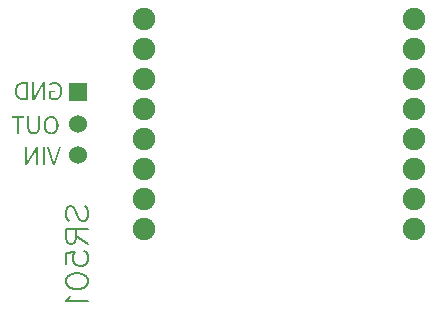
<source format=gbl>
G04 Layer: BottomLayer*
G04 EasyEDA v6.1.52, Sun, 13 Oct 2019 16:49:43 GMT*
G04 017f6ad9517e406d9769b934d1664338,d60483f80e02402a9409f1f04c283df6,10*
G04 Gerber Generator version 0.2*
G04 Scale: 100 percent, Rotated: No, Reflected: No *
G04 Dimensions in millimeters *
G04 leading zeros omitted , absolute positions ,3 integer and 3 decimal *
%FSLAX33Y33*%
%MOMM*%
G90*
G71D02*

%ADD17C,1.899996*%
%ADD19C,1.524000*%
%ADD20C,0.203200*%

%LPD*%
G54D20*
G01X24660Y12931D02*
G01X24475Y13116D01*
G01X24384Y13393D01*
G01X24384Y13761D01*
G01X24475Y14038D01*
G01X24660Y14224D01*
G01X24843Y14224D01*
G01X25029Y14132D01*
G01X25123Y14038D01*
G01X25214Y13855D01*
G01X25400Y13299D01*
G01X25491Y13116D01*
G01X25582Y13022D01*
G01X25768Y12931D01*
G01X26045Y12931D01*
G01X26230Y13116D01*
G01X26322Y13393D01*
G01X26322Y13761D01*
G01X26230Y14038D01*
G01X26045Y14224D01*
G01X24384Y12321D02*
G01X26322Y12321D01*
G01X24384Y12321D02*
G01X24384Y11490D01*
G01X24475Y11214D01*
G01X24566Y11120D01*
G01X24752Y11028D01*
G01X24937Y11028D01*
G01X25123Y11120D01*
G01X25214Y11214D01*
G01X25306Y11490D01*
G01X25306Y12321D01*
G01X25306Y11673D02*
G01X26322Y11028D01*
G01X24384Y9309D02*
G01X24384Y10233D01*
G01X25214Y10325D01*
G01X25123Y10233D01*
G01X25029Y9956D01*
G01X25029Y9679D01*
G01X25123Y9403D01*
G01X25306Y9217D01*
G01X25582Y9126D01*
G01X25768Y9126D01*
G01X26045Y9217D01*
G01X26230Y9403D01*
G01X26322Y9679D01*
G01X26322Y9956D01*
G01X26230Y10233D01*
G01X26139Y10325D01*
G01X25953Y10419D01*
G01X24384Y7962D02*
G01X24475Y8239D01*
G01X24752Y8422D01*
G01X25214Y8516D01*
G01X25491Y8516D01*
G01X25953Y8422D01*
G01X26230Y8239D01*
G01X26322Y7962D01*
G01X26322Y7777D01*
G01X26230Y7500D01*
G01X25953Y7315D01*
G01X25491Y7223D01*
G01X25214Y7223D01*
G01X24752Y7315D01*
G01X24475Y7500D01*
G01X24384Y7777D01*
G01X24384Y7962D01*
G01X24752Y6614D02*
G01X24660Y6428D01*
G01X24384Y6151D01*
G01X26322Y6151D01*

%LPD*%
G36*
G01X23484Y24737D02*
G01X23426Y24739D01*
G01X23352Y24735D01*
G01X23285Y24723D01*
G01X23224Y24705D01*
G01X23169Y24681D01*
G01X23120Y24654D01*
G01X23075Y24623D01*
G01X23036Y24591D01*
G01X23002Y24559D01*
G01X23096Y24450D01*
G01X23156Y24505D01*
G01X23229Y24550D01*
G01X23317Y24581D01*
G01X23423Y24592D01*
G01X23480Y24589D01*
G01X23533Y24581D01*
G01X23584Y24567D01*
G01X23632Y24549D01*
G01X23677Y24525D01*
G01X23719Y24497D01*
G01X23757Y24464D01*
G01X23791Y24426D01*
G01X23823Y24384D01*
G01X23850Y24337D01*
G01X23873Y24286D01*
G01X23893Y24231D01*
G01X23909Y24172D01*
G01X23920Y24109D01*
G01X23926Y24042D01*
G01X23929Y23972D01*
G01X23927Y23902D01*
G01X23920Y23835D01*
G01X23910Y23772D01*
G01X23895Y23712D01*
G01X23877Y23657D01*
G01X23854Y23606D01*
G01X23827Y23559D01*
G01X23797Y23516D01*
G01X23763Y23477D01*
G01X23725Y23444D01*
G01X23683Y23415D01*
G01X23638Y23391D01*
G01X23590Y23372D01*
G01X23538Y23358D01*
G01X23482Y23350D01*
G01X23423Y23347D01*
G01X23341Y23354D01*
G01X23262Y23372D01*
G01X23193Y23402D01*
G01X23139Y23441D01*
G01X23139Y23848D01*
G01X23464Y23848D01*
G01X23464Y23987D01*
G01X22984Y23987D01*
G01X22984Y23370D01*
G01X23023Y23334D01*
G01X23067Y23301D01*
G01X23117Y23273D01*
G01X23172Y23248D01*
G01X23232Y23228D01*
G01X23297Y23213D01*
G01X23366Y23203D01*
G01X23439Y23200D01*
G01X23497Y23202D01*
G01X23552Y23208D01*
G01X23606Y23219D01*
G01X23658Y23233D01*
G01X23707Y23252D01*
G01X23754Y23275D01*
G01X23799Y23301D01*
G01X23841Y23332D01*
G01X23880Y23366D01*
G01X23917Y23404D01*
G01X23950Y23445D01*
G01X23981Y23490D01*
G01X24008Y23539D01*
G01X24032Y23591D01*
G01X24053Y23645D01*
G01X24070Y23704D01*
G01X24084Y23766D01*
G01X24093Y23831D01*
G01X24100Y23898D01*
G01X24102Y23969D01*
G01X24100Y24040D01*
G01X24093Y24107D01*
G01X24083Y24172D01*
G01X24069Y24233D01*
G01X24051Y24291D01*
G01X24030Y24346D01*
G01X24005Y24398D01*
G01X23977Y24446D01*
G01X23946Y24492D01*
G01X23912Y24533D01*
G01X23874Y24571D01*
G01X23834Y24605D01*
G01X23791Y24636D01*
G01X23745Y24663D01*
G01X23698Y24686D01*
G01X23647Y24705D01*
G01X23595Y24720D01*
G01X23541Y24730D01*
G01X23484Y24737D01*
G37*

%LPD*%
G36*
G01X21165Y24714D02*
G01X20800Y24714D01*
G01X20733Y24712D01*
G01X20669Y24706D01*
G01X20609Y24695D01*
G01X20552Y24682D01*
G01X20498Y24664D01*
G01X20448Y24643D01*
G01X20401Y24617D01*
G01X20357Y24588D01*
G01X20317Y24556D01*
G01X20280Y24520D01*
G01X20247Y24480D01*
G01X20217Y24437D01*
G01X20190Y24390D01*
G01X20168Y24340D01*
G01X20148Y24287D01*
G01X20132Y24231D01*
G01X20120Y24172D01*
G01X20111Y24109D01*
G01X20105Y24043D01*
G01X20104Y23975D01*
G01X20105Y23906D01*
G01X20111Y23840D01*
G01X20119Y23777D01*
G01X20132Y23717D01*
G01X20148Y23660D01*
G01X20167Y23607D01*
G01X20190Y23556D01*
G01X20216Y23509D01*
G01X20246Y23465D01*
G01X20279Y23425D01*
G01X20315Y23388D01*
G01X20356Y23354D01*
G01X20399Y23325D01*
G01X20445Y23299D01*
G01X20495Y23277D01*
G01X20548Y23258D01*
G01X20604Y23244D01*
G01X20663Y23233D01*
G01X20726Y23227D01*
G01X20792Y23225D01*
G01X21165Y23225D01*
G01X21165Y24714D01*
G37*

%LPC*%
G36*
G01X20995Y24574D02*
G01X20812Y24574D01*
G01X20747Y24571D01*
G01X20686Y24564D01*
G01X20629Y24551D01*
G01X20577Y24534D01*
G01X20528Y24512D01*
G01X20484Y24485D01*
G01X20444Y24453D01*
G01X20409Y24417D01*
G01X20378Y24376D01*
G01X20351Y24332D01*
G01X20328Y24282D01*
G01X20309Y24229D01*
G01X20295Y24171D01*
G01X20284Y24110D01*
G01X20278Y24044D01*
G01X20276Y23975D01*
G01X20278Y23905D01*
G01X20284Y23839D01*
G01X20295Y23777D01*
G01X20309Y23719D01*
G01X20328Y23665D01*
G01X20351Y23614D01*
G01X20378Y23568D01*
G01X20409Y23527D01*
G01X20444Y23489D01*
G01X20484Y23456D01*
G01X20528Y23428D01*
G01X20577Y23405D01*
G01X20629Y23386D01*
G01X20686Y23373D01*
G01X20747Y23365D01*
G01X20812Y23362D01*
G01X20995Y23362D01*
G01X20995Y24574D01*
G37*

%LPD*%
G36*
G01X21739Y24714D02*
G01X21579Y24714D01*
G01X21579Y23225D01*
G01X21755Y23225D01*
G01X22313Y24188D01*
G01X22476Y24493D01*
G01X22486Y24493D01*
G01X22480Y24381D01*
G01X22476Y24326D01*
G01X22473Y24270D01*
G01X22468Y24156D01*
G01X22466Y24099D01*
G01X22466Y23225D01*
G01X22623Y23225D01*
G01X22623Y24714D01*
G01X22451Y24714D01*
G01X21889Y23749D01*
G01X21727Y23444D01*
G01X21717Y23444D01*
G01X21721Y23501D01*
G01X21724Y23558D01*
G01X21728Y23616D01*
G01X21732Y23675D01*
G01X21735Y23734D01*
G01X21737Y23793D01*
G01X21739Y23851D01*
G01X21739Y24714D01*
G37*

%LPD*%

%LPD*%
G36*
G01X21318Y21818D02*
G01X21158Y21818D01*
G01X21158Y20934D01*
G01X21160Y20849D01*
G01X21168Y20771D01*
G01X21181Y20699D01*
G01X21199Y20635D01*
G01X21221Y20578D01*
G01X21247Y20526D01*
G01X21277Y20481D01*
G01X21311Y20441D01*
G01X21348Y20407D01*
G01X21389Y20378D01*
G01X21432Y20355D01*
G01X21478Y20336D01*
G01X21527Y20322D01*
G01X21577Y20312D01*
G01X21630Y20306D01*
G01X21683Y20304D01*
G01X21737Y20306D01*
G01X21790Y20312D01*
G01X21840Y20322D01*
G01X21889Y20336D01*
G01X21935Y20355D01*
G01X21978Y20378D01*
G01X22019Y20407D01*
G01X22056Y20441D01*
G01X22090Y20481D01*
G01X22120Y20526D01*
G01X22146Y20578D01*
G01X22168Y20635D01*
G01X22186Y20699D01*
G01X22199Y20771D01*
G01X22207Y20849D01*
G01X22209Y20934D01*
G01X22209Y21818D01*
G01X22042Y21818D01*
G01X22042Y20932D01*
G01X22039Y20845D01*
G01X22029Y20769D01*
G01X22014Y20703D01*
G01X21993Y20645D01*
G01X21967Y20595D01*
G01X21937Y20555D01*
G01X21902Y20521D01*
G01X21864Y20495D01*
G01X21823Y20475D01*
G01X21779Y20462D01*
G01X21732Y20454D01*
G01X21683Y20452D01*
G01X21634Y20454D01*
G01X21587Y20462D01*
G01X21542Y20475D01*
G01X21500Y20495D01*
G01X21460Y20521D01*
G01X21425Y20555D01*
G01X21394Y20595D01*
G01X21368Y20645D01*
G01X21347Y20703D01*
G01X21331Y20769D01*
G01X21321Y20845D01*
G01X21318Y20932D01*
G01X21318Y21818D01*
G37*

%LPD*%
G36*
G01X23216Y21841D02*
G01X23162Y21844D01*
G01X23107Y21841D01*
G01X23054Y21835D01*
G01X23003Y21824D01*
G01X22954Y21809D01*
G01X22907Y21791D01*
G01X22862Y21768D01*
G01X22820Y21741D01*
G01X22780Y21711D01*
G01X22743Y21677D01*
G01X22708Y21639D01*
G01X22676Y21598D01*
G01X22647Y21553D01*
G01X22621Y21505D01*
G01X22598Y21453D01*
G01X22578Y21399D01*
G01X22562Y21341D01*
G01X22549Y21280D01*
G01X22539Y21216D01*
G01X22534Y21149D01*
G01X22532Y21079D01*
G01X22534Y21009D01*
G01X22539Y20942D01*
G01X22549Y20877D01*
G01X22562Y20816D01*
G01X22578Y20757D01*
G01X22598Y20702D01*
G01X22621Y20650D01*
G01X22647Y20601D01*
G01X22676Y20556D01*
G01X22708Y20514D01*
G01X22743Y20475D01*
G01X22780Y20440D01*
G01X22820Y20409D01*
G01X22862Y20382D01*
G01X22907Y20359D01*
G01X22954Y20339D01*
G01X23003Y20324D01*
G01X23054Y20313D01*
G01X23107Y20306D01*
G01X23162Y20304D01*
G01X23216Y20306D01*
G01X23268Y20313D01*
G01X23319Y20324D01*
G01X23368Y20339D01*
G01X23414Y20359D01*
G01X23458Y20382D01*
G01X23501Y20409D01*
G01X23541Y20440D01*
G01X23578Y20475D01*
G01X23612Y20514D01*
G01X23644Y20556D01*
G01X23674Y20601D01*
G01X23700Y20650D01*
G01X23723Y20702D01*
G01X23742Y20757D01*
G01X23759Y20816D01*
G01X23772Y20877D01*
G01X23782Y20942D01*
G01X23787Y21009D01*
G01X23789Y21079D01*
G01X23787Y21149D01*
G01X23782Y21216D01*
G01X23772Y21280D01*
G01X23759Y21341D01*
G01X23742Y21399D01*
G01X23723Y21453D01*
G01X23700Y21505D01*
G01X23674Y21553D01*
G01X23644Y21598D01*
G01X23612Y21639D01*
G01X23578Y21677D01*
G01X23541Y21711D01*
G01X23501Y21741D01*
G01X23458Y21768D01*
G01X23414Y21791D01*
G01X23368Y21809D01*
G01X23319Y21824D01*
G01X23268Y21835D01*
G01X23216Y21841D01*
G37*

%LPC*%
G36*
G01X23212Y21694D02*
G01X23162Y21696D01*
G01X23111Y21694D01*
G01X23063Y21686D01*
G01X23017Y21672D01*
G01X22973Y21654D01*
G01X22933Y21630D01*
G01X22896Y21601D01*
G01X22861Y21568D01*
G01X22830Y21531D01*
G01X22801Y21488D01*
G01X22776Y21442D01*
G01X22755Y21391D01*
G01X22737Y21336D01*
G01X22723Y21278D01*
G01X22713Y21215D01*
G01X22707Y21149D01*
G01X22705Y21079D01*
G01X22707Y21009D01*
G01X22713Y20943D01*
G01X22723Y20880D01*
G01X22737Y20820D01*
G01X22755Y20765D01*
G01X22776Y20713D01*
G01X22801Y20665D01*
G01X22830Y20622D01*
G01X22861Y20584D01*
G01X22896Y20550D01*
G01X22933Y20520D01*
G01X22973Y20496D01*
G01X23017Y20477D01*
G01X23063Y20463D01*
G01X23111Y20455D01*
G01X23162Y20452D01*
G01X23212Y20455D01*
G01X23260Y20463D01*
G01X23306Y20477D01*
G01X23349Y20496D01*
G01X23389Y20520D01*
G01X23426Y20550D01*
G01X23460Y20584D01*
G01X23492Y20622D01*
G01X23520Y20665D01*
G01X23545Y20713D01*
G01X23566Y20765D01*
G01X23584Y20820D01*
G01X23598Y20880D01*
G01X23608Y20943D01*
G01X23614Y21009D01*
G01X23616Y21079D01*
G01X23614Y21149D01*
G01X23608Y21215D01*
G01X23598Y21278D01*
G01X23584Y21336D01*
G01X23566Y21391D01*
G01X23545Y21442D01*
G01X23520Y21488D01*
G01X23492Y21531D01*
G01X23460Y21568D01*
G01X23426Y21601D01*
G01X23389Y21630D01*
G01X23349Y21654D01*
G01X23306Y21672D01*
G01X23260Y21686D01*
G01X23212Y21694D01*
G37*

%LPD*%
G36*
G01X20891Y21818D02*
G01X19812Y21818D01*
G01X19812Y21676D01*
G01X20266Y21676D01*
G01X20266Y20330D01*
G01X20439Y20330D01*
G01X20439Y21676D01*
G01X20891Y21676D01*
G01X20891Y21818D01*
G37*

%LPD*%

%LPD*%
G36*
G01X21140Y19194D02*
G01X20980Y19194D01*
G01X20980Y17706D01*
G01X21155Y17706D01*
G01X21714Y18669D01*
G01X21877Y18973D01*
G01X21887Y18973D01*
G01X21884Y18918D01*
G01X21880Y18862D01*
G01X21877Y18806D01*
G01X21873Y18750D01*
G01X21868Y18636D01*
G01X21867Y18579D01*
G01X21866Y18521D01*
G01X21866Y17706D01*
G01X22024Y17706D01*
G01X22024Y19194D01*
G01X21851Y19194D01*
G01X21290Y18229D01*
G01X21127Y17924D01*
G01X21117Y17924D01*
G01X21121Y17981D01*
G01X21129Y18097D01*
G01X21132Y18156D01*
G01X21135Y18214D01*
G01X21138Y18273D01*
G01X21139Y18332D01*
G01X21140Y18389D01*
G01X21140Y19194D01*
G37*

%LPD*%
G36*
G01X22608Y19194D02*
G01X22438Y19194D01*
G01X22438Y17706D01*
G01X22608Y17706D01*
G01X22608Y19194D01*
G37*

%LPD*%
G36*
G01X22987Y19194D02*
G01X22816Y19194D01*
G01X23291Y17706D01*
G01X23484Y17706D01*
G01X23962Y19194D01*
G01X23787Y19194D01*
G01X23535Y18371D01*
G01X23517Y18307D01*
G01X23499Y18245D01*
G01X23482Y18185D01*
G01X23466Y18126D01*
G01X23448Y18067D01*
G01X23430Y18007D01*
G01X23411Y17945D01*
G01X23390Y17881D01*
G01X23383Y17881D01*
G01X23362Y17945D01*
G01X23343Y18007D01*
G01X23324Y18067D01*
G01X23307Y18126D01*
G01X23289Y18185D01*
G01X23271Y18245D01*
G01X23253Y18307D01*
G01X23233Y18371D01*
G01X22987Y19194D01*
G37*

%LPD*%
G54D17*
G01X53848Y12319D03*
G01X53848Y14859D03*
G01X53848Y17399D03*
G01X53848Y19939D03*
G01X53848Y22479D03*
G01X53848Y25019D03*
G01X53848Y27559D03*
G01X53848Y30099D03*
G01X30988Y30099D03*
G01X30988Y27559D03*
G01X30988Y25019D03*
G01X30988Y22479D03*
G01X30988Y19939D03*
G01X30988Y17399D03*
G01X30988Y14859D03*
G01X30988Y12319D03*
G36*
G01X24638Y24638D02*
G01X24638Y23114D01*
G01X26162Y23114D01*
G01X26162Y24638D01*
G01X24638Y24638D01*
G37*
G54D19*
G01X25400Y21187D03*
G01X25400Y18542D03*
M00*
M02*

</source>
